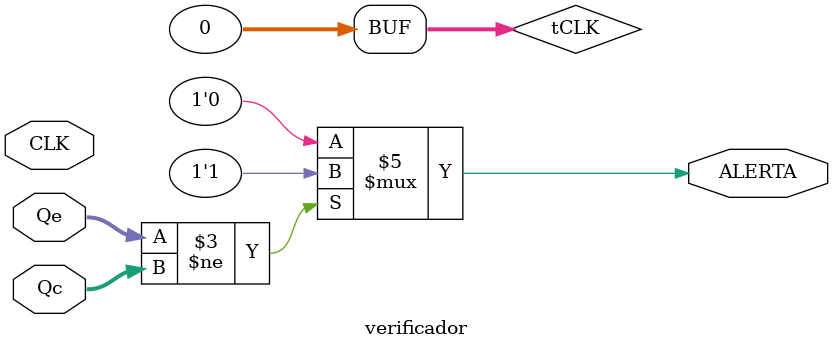
<source format=v>
  `timescale 1ns/1ps
/*Se encarga de comparar las señales de salida Q de los registros desplazables
de 32 bits, para verificar su funcionamiento entre el diseñado por descripcion
estructural respecto al por descripcion conductual.
Se toma en cuenta el retardo de la salida del registro por descripcion estructural
con respecto al flanco positivo del la señal del reloj (48 ns).
Pone el alto ALERTA indicando que no se cumple la equivalencia de operacion.
*/

module verificador (CLK, Qe, Qc, ALERTA);

  input CLK;
  input [31:0] Qe, Qc;
  integer tCLK;
  output reg ALERTA;

  always @ ( posedge CLK ) begin
    #48 tCLK <= 1'b1;
  end

  always @ ( tCLK ) begin
    if (Qe != Qc) begin
      ALERTA <= 1'b1;
      end else begin
      ALERTA <=1'b0;
      end
      tCLK <= 1'b0;
  end

endmodule //

</source>
